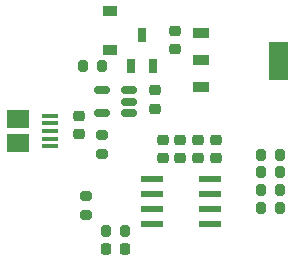
<source format=gtp>
G04 #@! TF.GenerationSoftware,KiCad,Pcbnew,(6.0.5)*
G04 #@! TF.CreationDate,2022-09-30T16:47:31-04:00*
G04 #@! TF.ProjectId,Pokeball_xs,506f6b65-6261-46c6-9c5f-78732e6b6963,rev?*
G04 #@! TF.SameCoordinates,Original*
G04 #@! TF.FileFunction,Paste,Top*
G04 #@! TF.FilePolarity,Positive*
%FSLAX46Y46*%
G04 Gerber Fmt 4.6, Leading zero omitted, Abs format (unit mm)*
G04 Created by KiCad (PCBNEW (6.0.5)) date 2022-09-30 16:47:31*
%MOMM*%
%LPD*%
G01*
G04 APERTURE LIST*
G04 Aperture macros list*
%AMRoundRect*
0 Rectangle with rounded corners*
0 $1 Rounding radius*
0 $2 $3 $4 $5 $6 $7 $8 $9 X,Y pos of 4 corners*
0 Add a 4 corners polygon primitive as box body*
4,1,4,$2,$3,$4,$5,$6,$7,$8,$9,$2,$3,0*
0 Add four circle primitives for the rounded corners*
1,1,$1+$1,$2,$3*
1,1,$1+$1,$4,$5*
1,1,$1+$1,$6,$7*
1,1,$1+$1,$8,$9*
0 Add four rect primitives between the rounded corners*
20,1,$1+$1,$2,$3,$4,$5,0*
20,1,$1+$1,$4,$5,$6,$7,0*
20,1,$1+$1,$6,$7,$8,$9,0*
20,1,$1+$1,$8,$9,$2,$3,0*%
G04 Aperture macros list end*
%ADD10C,0.100000*%
%ADD11R,1.981200X0.558800*%
%ADD12R,1.473200X0.889000*%
%ADD13RoundRect,0.225000X-0.225000X-0.250000X0.225000X-0.250000X0.225000X0.250000X-0.225000X0.250000X0*%
%ADD14RoundRect,0.200000X-0.275000X0.200000X-0.275000X-0.200000X0.275000X-0.200000X0.275000X0.200000X0*%
%ADD15RoundRect,0.200000X-0.200000X-0.275000X0.200000X-0.275000X0.200000X0.275000X-0.200000X0.275000X0*%
%ADD16RoundRect,0.225000X-0.250000X0.225000X-0.250000X-0.225000X0.250000X-0.225000X0.250000X0.225000X0*%
%ADD17RoundRect,0.200000X0.200000X0.275000X-0.200000X0.275000X-0.200000X-0.275000X0.200000X-0.275000X0*%
%ADD18R,1.350000X0.400000*%
%ADD19R,1.900000X1.500000*%
%ADD20R,1.200000X0.900000*%
%ADD21R,0.650000X1.220000*%
%ADD22RoundRect,0.150000X0.512500X0.150000X-0.512500X0.150000X-0.512500X-0.150000X0.512500X-0.150000X0*%
G04 APERTURE END LIST*
G04 #@! TO.C,U2*
G36*
X149005600Y-89074800D02*
G01*
X147532400Y-89074800D01*
X147532400Y-85925200D01*
X149005600Y-85925200D01*
X149005600Y-89074800D01*
G37*
D10*
X149005600Y-89074800D02*
X147532400Y-89074800D01*
X147532400Y-85925200D01*
X149005600Y-85925200D01*
X149005600Y-89074800D01*
G04 #@! TD*
D11*
G04 #@! TO.C,U1*
X137590200Y-97595000D03*
X137590200Y-98865000D03*
X137590200Y-100135000D03*
X137590200Y-101405000D03*
X142517800Y-101405000D03*
X142517800Y-100135000D03*
X142517800Y-98865000D03*
X142517800Y-97595000D03*
G04 #@! TD*
D12*
G04 #@! TO.C,U2*
X141731000Y-85200000D03*
X141731000Y-87500000D03*
X141731000Y-89800000D03*
G04 #@! TD*
D13*
G04 #@! TO.C,C1*
X133725000Y-103500000D03*
X135275000Y-103500000D03*
G04 #@! TD*
D14*
G04 #@! TO.C,R1*
X132028287Y-98998377D03*
X132028287Y-100648377D03*
G04 #@! TD*
D15*
G04 #@! TO.C,R2*
X133675000Y-102000000D03*
X135325000Y-102000000D03*
G04 #@! TD*
D16*
G04 #@! TO.C,C3*
X139500000Y-85000000D03*
X139500000Y-86550000D03*
G04 #@! TD*
G04 #@! TO.C,C4*
X143000000Y-94225000D03*
X143000000Y-95775000D03*
G04 #@! TD*
G04 #@! TO.C,C5*
X141500000Y-94225000D03*
X141500000Y-95775000D03*
G04 #@! TD*
D17*
G04 #@! TO.C,R3*
X148450000Y-95500000D03*
X146800000Y-95500000D03*
G04 #@! TD*
G04 #@! TO.C,R4*
X148450000Y-97000000D03*
X146800000Y-97000000D03*
G04 #@! TD*
G04 #@! TO.C,R5*
X148450000Y-98500000D03*
X146800000Y-98500000D03*
G04 #@! TD*
G04 #@! TO.C,R6*
X148461342Y-100000000D03*
X146811342Y-100000000D03*
G04 #@! TD*
D16*
G04 #@! TO.C,C6*
X137854631Y-90047062D03*
X137854631Y-91597062D03*
G04 #@! TD*
D14*
G04 #@! TO.C,R8*
X133370038Y-93817587D03*
X133370038Y-95467587D03*
G04 #@! TD*
D16*
G04 #@! TO.C,C8*
X138500000Y-94225000D03*
X138500000Y-95775000D03*
G04 #@! TD*
D18*
G04 #@! TO.C,J2*
X128962500Y-92200000D03*
X128962500Y-92850000D03*
X128962500Y-93500000D03*
X128962500Y-94150000D03*
X128962500Y-94800000D03*
D19*
X126262500Y-94500000D03*
X126262500Y-92500000D03*
G04 #@! TD*
D17*
G04 #@! TO.C,R9*
X133364708Y-88021012D03*
X131714708Y-88021012D03*
G04 #@! TD*
D20*
G04 #@! TO.C,D1*
X134000000Y-83350000D03*
X134000000Y-86650000D03*
G04 #@! TD*
D21*
G04 #@! TO.C,Q1*
X135799570Y-88021353D03*
X137699570Y-88021353D03*
X136749570Y-85401353D03*
G04 #@! TD*
D22*
G04 #@! TO.C,U3*
X135637500Y-91950000D03*
X135637500Y-91000000D03*
X135637500Y-90050000D03*
X133362500Y-90050000D03*
X133362500Y-91950000D03*
G04 #@! TD*
D16*
G04 #@! TO.C,C2*
X131385193Y-92199473D03*
X131385193Y-93749473D03*
G04 #@! TD*
G04 #@! TO.C,C7*
X140000000Y-94225000D03*
X140000000Y-95775000D03*
G04 #@! TD*
M02*

</source>
